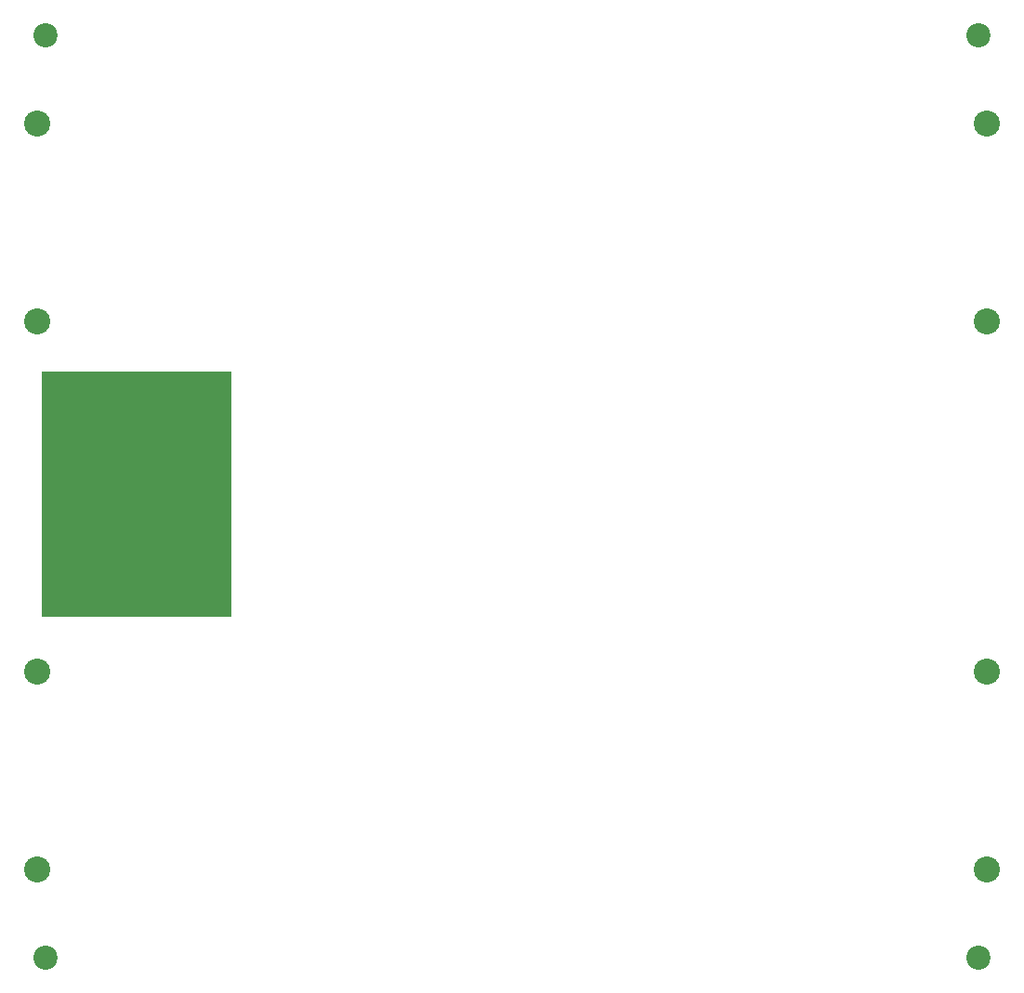
<source format=gbs>
G04 #@! TF.GenerationSoftware,KiCad,Pcbnew,7.0.6*
G04 #@! TF.CreationDate,2023-08-12T11:28:39-04:00*
G04 #@! TF.ProjectId,jerrysbottom,6a657272-7973-4626-9f74-746f6d2e6b69,rev?*
G04 #@! TF.SameCoordinates,Original*
G04 #@! TF.FileFunction,Soldermask,Bot*
G04 #@! TF.FilePolarity,Negative*
%FSLAX46Y46*%
G04 Gerber Fmt 4.6, Leading zero omitted, Abs format (unit mm)*
G04 Created by KiCad (PCBNEW 7.0.6) date 2023-08-12 11:28:39*
%MOMM*%
%LPD*%
G01*
G04 APERTURE LIST*
G04 Aperture macros list*
%AMFreePoly0*
4,1,5,8.620000,-11.160000,-8.620000,-11.160000,-8.620000,11.160000,8.620000,11.160000,8.620000,-11.160000,8.620000,-11.160000,$1*%
G04 Aperture macros list end*
%ADD10FreePoly0,0.000000*%
%ADD11C,2.384400*%
%ADD12C,2.200000*%
G04 APERTURE END LIST*
D10*
X38250000Y-116750000D03*
D11*
X115750000Y-151000000D03*
X115750000Y-133000000D03*
X115750000Y-101000000D03*
X115750000Y-83000000D03*
X29250000Y-151000000D03*
X29250000Y-133000000D03*
X29250000Y-101000000D03*
X29250000Y-83000000D03*
D12*
X115000000Y-75000000D03*
X30000000Y-75000000D03*
X115000000Y-159000000D03*
X30000000Y-159000000D03*
M02*

</source>
